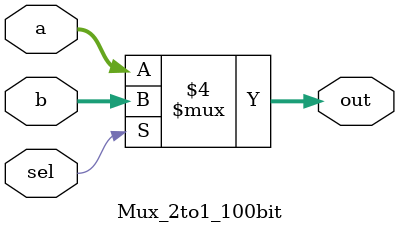
<source format=sv>
module Mux_2to1_100bit (
    input logic [99:0] a,
    input logic [99:0] b,
    input logic sel,
    output logic [99:0] out
);

    always @(*) begin
        if (sel == 1'b0) begin
            out = a;
        end else begin
            out = b;
        end
    end

endmodule
</source>
